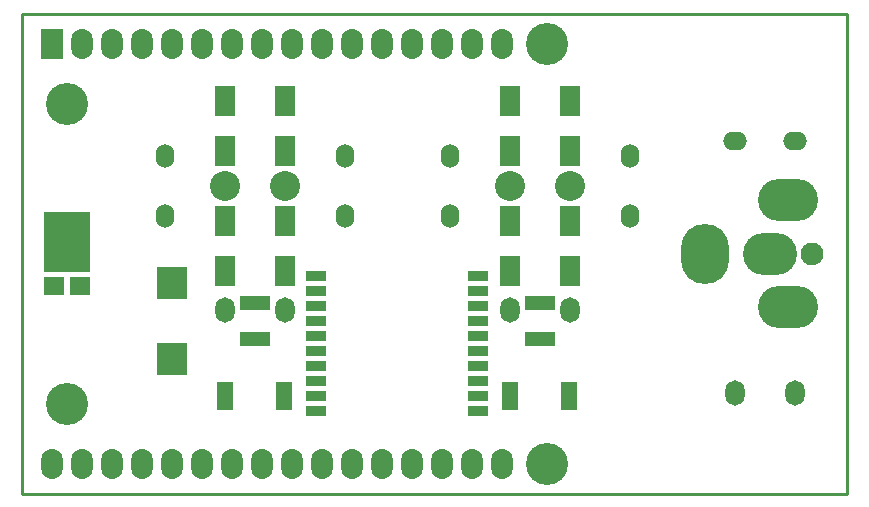
<source format=gbs>
G04 #@! TF.GenerationSoftware,KiCad,Pcbnew,no-vcs-found-6223534~58~ubuntu16.04.1*
G04 #@! TF.CreationDate,2017-03-08T14:08:53-05:00*
G04 #@! TF.ProjectId,h_bridge_controller_3x2,685F6272696467655F636F6E74726F6C,1.0*
G04 #@! TF.FileFunction,Soldermask,Bot*
G04 #@! TF.FilePolarity,Negative*
%FSLAX46Y46*%
G04 Gerber Fmt 4.6, Leading zero omitted, Abs format (unit mm)*
G04 Created by KiCad (PCBNEW no-vcs-found-6223534~58~ubuntu16.04.1) date Wed Mar  8 14:08:53 2017*
%MOMM*%
%LPD*%
G01*
G04 APERTURE LIST*
%ADD10C,0.100000*%
%ADD11C,0.228600*%
%ADD12O,1.854200X2.540000*%
%ADD13R,1.854200X2.540000*%
%ADD14C,3.556000*%
%ADD15R,2.540000X1.270000*%
%ADD16R,2.550000X2.770000*%
%ADD17R,4.000000X5.160000*%
%ADD18R,1.800000X1.640000*%
%ADD19R,1.750000X2.650000*%
%ADD20O,2.032000X1.524000*%
%ADD21O,1.524000X2.032000*%
%ADD22C,1.930400*%
%ADD23O,4.572000X3.556000*%
%ADD24O,4.064000X5.080000*%
%ADD25O,5.080000X3.556000*%
%ADD26R,1.397000X2.489200*%
%ADD27O,1.651000X2.159000*%
%ADD28C,2.540000*%
%ADD29R,1.800000X0.860000*%
G04 APERTURE END LIST*
D10*
D11*
X155575000Y-68580000D02*
X85725000Y-68580000D01*
X155575000Y-109220000D02*
X155575000Y-68580000D01*
X85725000Y-109220000D02*
X155575000Y-109220000D01*
X85725000Y-68580000D02*
X85725000Y-109220000D01*
D12*
X90805000Y-71120000D03*
X93345000Y-71120000D03*
D13*
X88265000Y-71120000D03*
D12*
X95885000Y-71120000D03*
X98425000Y-71120000D03*
X100965000Y-71120000D03*
X103505000Y-71120000D03*
X106045000Y-71120000D03*
X108585000Y-71120000D03*
X111125000Y-71120000D03*
X113665000Y-71120000D03*
X116205000Y-71120000D03*
X118745000Y-71120000D03*
X121285000Y-71120000D03*
X123825000Y-71120000D03*
X126365000Y-71120000D03*
X126365000Y-106680000D03*
X123825000Y-106680000D03*
X121285000Y-106680000D03*
X118745000Y-106680000D03*
X116205000Y-106680000D03*
X113665000Y-106680000D03*
X111125000Y-106680000D03*
X108585000Y-106680000D03*
X106045000Y-106680000D03*
X103505000Y-106680000D03*
X100965000Y-106680000D03*
X98425000Y-106680000D03*
X95885000Y-106680000D03*
X93345000Y-106680000D03*
X90805000Y-106680000D03*
X88265000Y-106680000D03*
D14*
X89535000Y-76200000D03*
X89535000Y-101600000D03*
X130175000Y-106680000D03*
X130175000Y-71120000D03*
D15*
X105410000Y-96139000D03*
X105410000Y-93091000D03*
X129540000Y-93091000D03*
X129540000Y-96139000D03*
D16*
X98425000Y-97835000D03*
X98425000Y-91395000D03*
D17*
X89535000Y-87880000D03*
D18*
X88470000Y-91680000D03*
X90600000Y-91680000D03*
D19*
X102870000Y-80255000D03*
X102870000Y-75955000D03*
X102870000Y-86115000D03*
X102870000Y-90415000D03*
X107950000Y-80255000D03*
X107950000Y-75955000D03*
X107950000Y-86115000D03*
X107950000Y-90415000D03*
X127000000Y-75955000D03*
X127000000Y-80255000D03*
X127000000Y-90415000D03*
X127000000Y-86115000D03*
X132080000Y-75955000D03*
X132080000Y-80255000D03*
X132080000Y-90415000D03*
X132080000Y-86115000D03*
D20*
X146050000Y-79375000D03*
X151130000Y-79375000D03*
D21*
X97790000Y-80645000D03*
X97790000Y-85725000D03*
X113030000Y-85725000D03*
X113030000Y-80645000D03*
X121920000Y-80645000D03*
X121920000Y-85725000D03*
D22*
X152577800Y-88900000D03*
D23*
X149072600Y-88900000D03*
D24*
X143586200Y-88900000D03*
D25*
X150571200Y-84404200D03*
X150571200Y-93395800D03*
D26*
X102908100Y-100965000D03*
X107911900Y-100965000D03*
X127038100Y-100965000D03*
X132041900Y-100965000D03*
D27*
X146050000Y-100685600D03*
X151130000Y-100685600D03*
D28*
X102870000Y-83185000D03*
X107950000Y-83185000D03*
X132080000Y-83185000D03*
X127000000Y-83185000D03*
D29*
X110595000Y-102235000D03*
X110595000Y-100965000D03*
X110595000Y-99695000D03*
X110595000Y-98425000D03*
X110595000Y-97155000D03*
X110595000Y-95885000D03*
X110595000Y-94615000D03*
X110595000Y-93345000D03*
X110595000Y-92075000D03*
X110595000Y-90805000D03*
X124355000Y-90805000D03*
X124355000Y-92075000D03*
X124355000Y-93345000D03*
X124355000Y-94615000D03*
X124355000Y-95885000D03*
X124355000Y-97155000D03*
X124355000Y-98425000D03*
X124355000Y-99695000D03*
X124355000Y-100965000D03*
X124355000Y-102235000D03*
D21*
X137160000Y-80645000D03*
X137160000Y-85725000D03*
D27*
X102870000Y-93700600D03*
X107950000Y-93700600D03*
X132080000Y-93700600D03*
X127000000Y-93700600D03*
M02*

</source>
